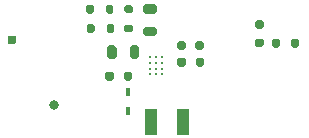
<source format=gbr>
%TF.GenerationSoftware,KiCad,Pcbnew,(5.1.10)-1*%
%TF.CreationDate,2021-10-05T14:24:33+02:00*%
%TF.ProjectId,Masterproef ultrasonic transducer,4d617374-6572-4707-926f-656620756c74,rev?*%
%TF.SameCoordinates,Original*%
%TF.FileFunction,Paste,Top*%
%TF.FilePolarity,Positive*%
%FSLAX46Y46*%
G04 Gerber Fmt 4.6, Leading zero omitted, Abs format (unit mm)*
G04 Created by KiCad (PCBNEW (5.1.10)-1) date 2021-10-05 14:24:33*
%MOMM*%
%LPD*%
G01*
G04 APERTURE LIST*
%ADD10C,0.800000*%
%ADD11C,0.100000*%
%ADD12R,0.400000X0.654400*%
%ADD13R,1.120000X2.160000*%
%ADD14C,0.244800*%
G04 APERTURE END LIST*
D10*
%TO.C,X1*%
X103858000Y-91904000D03*
D11*
G36*
X99998000Y-86044000D02*
G01*
X100718000Y-86044000D01*
X100718000Y-86399771D01*
X100717566Y-86406513D01*
X100717566Y-86421664D01*
X100714104Y-86456823D01*
X100707211Y-86491473D01*
X100706890Y-86492532D01*
X100706629Y-86493843D01*
X100705721Y-86496386D01*
X100696956Y-86525280D01*
X100683436Y-86557920D01*
X100669838Y-86583359D01*
X100668387Y-86586432D01*
X100667360Y-86588017D01*
X100667303Y-86588102D01*
X100666782Y-86589077D01*
X100647155Y-86618452D01*
X100624742Y-86645761D01*
X100612496Y-86658007D01*
X100612267Y-86658267D01*
X100612007Y-86658496D01*
X100599761Y-86670742D01*
X100572452Y-86693155D01*
X100543077Y-86712782D01*
X100542102Y-86713303D01*
X100542017Y-86713360D01*
X100540432Y-86714387D01*
X100537359Y-86715838D01*
X100511920Y-86729436D01*
X100479280Y-86742956D01*
X100450386Y-86751721D01*
X100447843Y-86752629D01*
X100446532Y-86752890D01*
X100445473Y-86753211D01*
X100410823Y-86760104D01*
X100375664Y-86763566D01*
X100360513Y-86763566D01*
X100353771Y-86764000D01*
X99998000Y-86764000D01*
X99998000Y-86044000D01*
G37*
%TD*%
D12*
%TO.C,D2*%
X110159800Y-92395600D03*
X110159800Y-90779600D03*
%TD*%
%TO.C,R7*%
G36*
G01*
X122989800Y-86444800D02*
X122989800Y-86884800D01*
G75*
G02*
X122829800Y-87044800I-160000J0D01*
G01*
X122509800Y-87044800D01*
G75*
G02*
X122349800Y-86884800I0J160000D01*
G01*
X122349800Y-86444800D01*
G75*
G02*
X122509800Y-86284800I160000J0D01*
G01*
X122829800Y-86284800D01*
G75*
G02*
X122989800Y-86444800I0J-160000D01*
G01*
G37*
G36*
G01*
X124639800Y-86444800D02*
X124639800Y-86884800D01*
G75*
G02*
X124479800Y-87044800I-160000J0D01*
G01*
X124159800Y-87044800D01*
G75*
G02*
X123999800Y-86884800I0J160000D01*
G01*
X123999800Y-86444800D01*
G75*
G02*
X124159800Y-86284800I160000J0D01*
G01*
X124479800Y-86284800D01*
G75*
G02*
X124639800Y-86444800I0J-160000D01*
G01*
G37*
%TD*%
%TO.C,C10*%
G36*
G01*
X121085000Y-86292400D02*
X121485000Y-86292400D01*
G75*
G02*
X121665000Y-86472400I0J-180000D01*
G01*
X121665000Y-86832400D01*
G75*
G02*
X121485000Y-87012400I-180000J0D01*
G01*
X121085000Y-87012400D01*
G75*
G02*
X120905000Y-86832400I0J180000D01*
G01*
X120905000Y-86472400D01*
G75*
G02*
X121085000Y-86292400I180000J0D01*
G01*
G37*
G36*
G01*
X121085000Y-84742400D02*
X121485000Y-84742400D01*
G75*
G02*
X121665000Y-84922400I0J-180000D01*
G01*
X121665000Y-85282400D01*
G75*
G02*
X121485000Y-85462400I-180000J0D01*
G01*
X121085000Y-85462400D01*
G75*
G02*
X120905000Y-85282400I0J180000D01*
G01*
X120905000Y-84922400D01*
G75*
G02*
X121085000Y-84742400I180000J0D01*
G01*
G37*
%TD*%
D13*
%TO.C,L2*%
X112082600Y-93345000D03*
X114782600Y-93345000D03*
%TD*%
D14*
%TO.C,IC2*%
X113055020Y-89322340D03*
X112555020Y-89322340D03*
X112055020Y-89322340D03*
X113055020Y-88822340D03*
X112555020Y-88822340D03*
X112055020Y-88822340D03*
X113055020Y-88322340D03*
X112555020Y-88322340D03*
X112055020Y-88322340D03*
X113055020Y-87822340D03*
X112555020Y-87822340D03*
X112055020Y-87822340D03*
%TD*%
%TO.C,R6*%
G36*
G01*
X107282940Y-83572060D02*
X107282940Y-84012060D01*
G75*
G02*
X107122940Y-84172060I-160000J0D01*
G01*
X106802940Y-84172060D01*
G75*
G02*
X106642940Y-84012060I0J160000D01*
G01*
X106642940Y-83572060D01*
G75*
G02*
X106802940Y-83412060I160000J0D01*
G01*
X107122940Y-83412060D01*
G75*
G02*
X107282940Y-83572060I0J-160000D01*
G01*
G37*
G36*
G01*
X108932940Y-83572060D02*
X108932940Y-84012060D01*
G75*
G02*
X108772940Y-84172060I-160000J0D01*
G01*
X108452940Y-84172060D01*
G75*
G02*
X108292940Y-84012060I0J160000D01*
G01*
X108292940Y-83572060D01*
G75*
G02*
X108452940Y-83412060I160000J0D01*
G01*
X108772940Y-83412060D01*
G75*
G02*
X108932940Y-83572060I0J-160000D01*
G01*
G37*
%TD*%
%TO.C,R5*%
G36*
G01*
X108346280Y-85655440D02*
X108346280Y-85215440D01*
G75*
G02*
X108506280Y-85055440I160000J0D01*
G01*
X108826280Y-85055440D01*
G75*
G02*
X108986280Y-85215440I0J-160000D01*
G01*
X108986280Y-85655440D01*
G75*
G02*
X108826280Y-85815440I-160000J0D01*
G01*
X108506280Y-85815440D01*
G75*
G02*
X108346280Y-85655440I0J160000D01*
G01*
G37*
G36*
G01*
X106696280Y-85655440D02*
X106696280Y-85215440D01*
G75*
G02*
X106856280Y-85055440I160000J0D01*
G01*
X107176280Y-85055440D01*
G75*
G02*
X107336280Y-85215440I0J-160000D01*
G01*
X107336280Y-85655440D01*
G75*
G02*
X107176280Y-85815440I-160000J0D01*
G01*
X106856280Y-85815440D01*
G75*
G02*
X106696280Y-85655440I0J160000D01*
G01*
G37*
%TD*%
%TO.C,R4*%
G36*
G01*
X109990600Y-85117480D02*
X110430600Y-85117480D01*
G75*
G02*
X110590600Y-85277480I0J-160000D01*
G01*
X110590600Y-85597480D01*
G75*
G02*
X110430600Y-85757480I-160000J0D01*
G01*
X109990600Y-85757480D01*
G75*
G02*
X109830600Y-85597480I0J160000D01*
G01*
X109830600Y-85277480D01*
G75*
G02*
X109990600Y-85117480I160000J0D01*
G01*
G37*
G36*
G01*
X109990600Y-83467480D02*
X110430600Y-83467480D01*
G75*
G02*
X110590600Y-83627480I0J-160000D01*
G01*
X110590600Y-83947480D01*
G75*
G02*
X110430600Y-84107480I-160000J0D01*
G01*
X109990600Y-84107480D01*
G75*
G02*
X109830600Y-83947480I0J160000D01*
G01*
X109830600Y-83627480D01*
G75*
G02*
X109990600Y-83467480I160000J0D01*
G01*
G37*
%TD*%
%TO.C,C9*%
G36*
G01*
X115885640Y-88475160D02*
X115885640Y-88075160D01*
G75*
G02*
X116065640Y-87895160I180000J0D01*
G01*
X116425640Y-87895160D01*
G75*
G02*
X116605640Y-88075160I0J-180000D01*
G01*
X116605640Y-88475160D01*
G75*
G02*
X116425640Y-88655160I-180000J0D01*
G01*
X116065640Y-88655160D01*
G75*
G02*
X115885640Y-88475160I0J180000D01*
G01*
G37*
G36*
G01*
X114335640Y-88475160D02*
X114335640Y-88075160D01*
G75*
G02*
X114515640Y-87895160I180000J0D01*
G01*
X114875640Y-87895160D01*
G75*
G02*
X115055640Y-88075160I0J-180000D01*
G01*
X115055640Y-88475160D01*
G75*
G02*
X114875640Y-88655160I-180000J0D01*
G01*
X114515640Y-88655160D01*
G75*
G02*
X114335640Y-88475160I0J180000D01*
G01*
G37*
%TD*%
%TO.C,C8*%
G36*
G01*
X110293200Y-87806800D02*
X110293200Y-87046800D01*
G75*
G02*
X110493200Y-86846800I200000J0D01*
G01*
X110893200Y-86846800D01*
G75*
G02*
X111093200Y-87046800I0J-200000D01*
G01*
X111093200Y-87806800D01*
G75*
G02*
X110893200Y-88006800I-200000J0D01*
G01*
X110493200Y-88006800D01*
G75*
G02*
X110293200Y-87806800I0J200000D01*
G01*
G37*
G36*
G01*
X108393200Y-87806800D02*
X108393200Y-87046800D01*
G75*
G02*
X108593200Y-86846800I200000J0D01*
G01*
X108993200Y-86846800D01*
G75*
G02*
X109193200Y-87046800I0J-200000D01*
G01*
X109193200Y-87806800D01*
G75*
G02*
X108993200Y-88006800I-200000J0D01*
G01*
X108593200Y-88006800D01*
G75*
G02*
X108393200Y-87806800I0J200000D01*
G01*
G37*
%TD*%
%TO.C,C7*%
G36*
G01*
X111639080Y-85286940D02*
X112399080Y-85286940D01*
G75*
G02*
X112599080Y-85486940I0J-200000D01*
G01*
X112599080Y-85886940D01*
G75*
G02*
X112399080Y-86086940I-200000J0D01*
G01*
X111639080Y-86086940D01*
G75*
G02*
X111439080Y-85886940I0J200000D01*
G01*
X111439080Y-85486940D01*
G75*
G02*
X111639080Y-85286940I200000J0D01*
G01*
G37*
G36*
G01*
X111639080Y-83386940D02*
X112399080Y-83386940D01*
G75*
G02*
X112599080Y-83586940I0J-200000D01*
G01*
X112599080Y-83986940D01*
G75*
G02*
X112399080Y-84186940I-200000J0D01*
G01*
X111639080Y-84186940D01*
G75*
G02*
X111439080Y-83986940I0J200000D01*
G01*
X111439080Y-83586940D01*
G75*
G02*
X111639080Y-83386940I200000J0D01*
G01*
G37*
%TD*%
%TO.C,C6*%
G36*
G01*
X115045480Y-86670540D02*
X115045480Y-87070540D01*
G75*
G02*
X114865480Y-87250540I-180000J0D01*
G01*
X114505480Y-87250540D01*
G75*
G02*
X114325480Y-87070540I0J180000D01*
G01*
X114325480Y-86670540D01*
G75*
G02*
X114505480Y-86490540I180000J0D01*
G01*
X114865480Y-86490540D01*
G75*
G02*
X115045480Y-86670540I0J-180000D01*
G01*
G37*
G36*
G01*
X116595480Y-86670540D02*
X116595480Y-87070540D01*
G75*
G02*
X116415480Y-87250540I-180000J0D01*
G01*
X116055480Y-87250540D01*
G75*
G02*
X115875480Y-87070540I0J180000D01*
G01*
X115875480Y-86670540D01*
G75*
G02*
X116055480Y-86490540I180000J0D01*
G01*
X116415480Y-86490540D01*
G75*
G02*
X116595480Y-86670540I0J-180000D01*
G01*
G37*
%TD*%
%TO.C,C5*%
G36*
G01*
X108952020Y-89258800D02*
X108952020Y-89658800D01*
G75*
G02*
X108772020Y-89838800I-180000J0D01*
G01*
X108412020Y-89838800D01*
G75*
G02*
X108232020Y-89658800I0J180000D01*
G01*
X108232020Y-89258800D01*
G75*
G02*
X108412020Y-89078800I180000J0D01*
G01*
X108772020Y-89078800D01*
G75*
G02*
X108952020Y-89258800I0J-180000D01*
G01*
G37*
G36*
G01*
X110502020Y-89258800D02*
X110502020Y-89658800D01*
G75*
G02*
X110322020Y-89838800I-180000J0D01*
G01*
X109962020Y-89838800D01*
G75*
G02*
X109782020Y-89658800I0J180000D01*
G01*
X109782020Y-89258800D01*
G75*
G02*
X109962020Y-89078800I180000J0D01*
G01*
X110322020Y-89078800D01*
G75*
G02*
X110502020Y-89258800I0J-180000D01*
G01*
G37*
%TD*%
M02*

</source>
